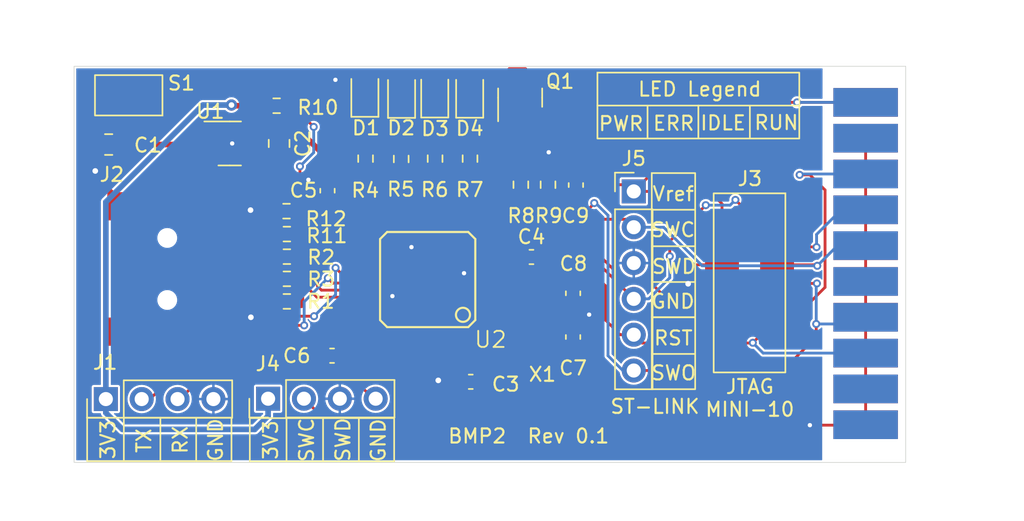
<source format=kicad_pcb>
(kicad_pcb (version 20211014) (generator pcbnew)
  (layers (0 "F.Cu" signal) (31 "B.Cu" signal) (34 "B.Paste" user) (35 "F.Paste" user) (36 "B.SilkS" user "B.Silkscreen") (37 "F.SilkS" user "F.Silkscreen") (38 "B.Mask" user) (39 "F.Mask" user) (44 "Edge.Cuts" user))
  (net 0 "")
  (net 1 "GND")
  (net 2 "+3V3")
  (net 3 "+5V")
  (net 4 "Net-(C7-Pad2)")
  (net 5 "Net-(C8-Pad2)")
  (net 6 "Net-(C9-Pad1)")
  (net 7 "/TXD")
  (net 8 "/RXD")
  (net 9 "/D-")
  (net 10 "/D+")
  (net 11 "/TPWR")
  (net 12 "/TMS")
  (net 13 "/TCK")
  (net 14 "/TDO")
  (net 16 "/TDI")
  (net 17 "/RST")
  (net 18 "/SWCLK")
  (net 19 "/SWDIO")
  (net 20 "/TRST")
  (net 24 "/PWR_BR")
  (net 25 "Net-(R1-Pad1)")
  (net 26 "Net-(R2-Pad1)")
  (net 27 "Net-(R3-Pad1)")
  (net 28 "/LED2")
  (net 29 "/LED1")
  (net 30 "/LED0")
  (net 31 "Net-(R10-Pad1)")
  (net 32 "/VBUS")
  (net 51 "Net-(D1-Pad1)")
  (net 52 "Net-(D2-Pad1)")
  (net 53 "Net-(D3-Pad1)")
  (net 54 "Net-(D4-Pad1)")
  (footprint "Resistor_SMD:R_0603_1608Metric" (layer "F.Cu") (at 115.075 35.075 180)
    (fp_text reference "R3")
    (fp_text value "22R")
  )
  (footprint "LED_SMD:LED_0805_2012Metric" (layer "F.Cu") (at 128.025 21.9625 90)
    (fp_text reference "D4")
    (fp_text value "yellow")
  )
  (footprint "EOS:6I08000F20UCG" (layer "F.Cu") (at 132.425 37.825 90)
    (fp_text reference "X1")
    (fp_text value "8MHz")
  )
  (footprint "Resistor_SMD:R_0603_1608Metric" (layer "F.Cu") (at 115.075 36.675 180)
    (fp_text reference "R1")
    (fp_text value "1k5")
  )
  (footprint "Capacitor_SMD:C_0603_1608Metric" (layer "F.Cu") (at 135.35 36.1 90)
    (fp_text reference "C8")
    (fp_text value "18p")
  )
  (footprint "Resistor_SMD:R_0603_1608Metric" (layer "F.Cu") (at 125.575 26.55 90)
    (fp_text reference "R6")
    (fp_text value "330")
  )
  (footprint "LED_SMD:LED_0805_2012Metric" (layer "F.Cu") (at 123.2 21.975 90)
    (fp_text reference "D2")
    (fp_text value "red")
  )
  (footprint "Package_TO_SOT_SMD:SOT-23-5" (layer "F.Cu") (at 111.025 25.475)
    (fp_text reference "U1")
    (fp_text value "MCP1802")
  )
  (footprint "LED_SMD:LED_0805_2012Metric" (layer "F.Cu") (at 120.6 21.9 90)
    (fp_text reference "D1")
    (fp_text value "green")
  )
  (footprint "Resistor_SMD:R_0603_1608Metric" (layer "F.Cu") (at 115.075 33.5 180)
    (fp_text reference "R2")
    (fp_text value "22R")
  )
  (footprint "Connector_PinHeader_2.54mm:PinHeader_1x04_P2.54mm_Vertical" (layer "F.Cu") (at 102.25 43.6 90)
    (fp_text reference "J1")
    (fp_text value "Serial")
  )
  (footprint "Capacitor_SMD:C_0603_1608Metric" (layer "F.Cu") (at 132.4 33.525)
    (fp_text reference "C4")
    (fp_text value "100n")
  )
  (footprint "LED_SMD:LED_0805_2012Metric" (layer "F.Cu") (at 125.55 21.95 90)
    (fp_text reference "D3")
    (fp_text value "yellow")
  )
  (footprint "bmp_entropia:TQFP48" (layer "F.Cu") (at 125.05 35.125 90)
    (fp_text reference "U2")
    (fp_text value "STM32F102CB")
  )
  (footprint "Capacitor_SMD:C_0603_1608Metric" (layer "F.Cu") (at 118.275 40.525 180)
    (fp_text reference "C6")
    (fp_text value "100n")
  )
  (footprint "Resistor_SMD:R_0603_1608Metric" (layer "F.Cu") (at 114.35 22.8 180)
    (fp_text reference "R10")
    (fp_text value "10k")
  )
  (footprint "Connector_PinHeader_2.54mm:PinHeader_1x06_P2.54mm_Vertical" (layer "F.Cu") (at 139.65 28.875)
    (fp_text reference "J5")
    (fp_text value "ST-Link")
  )
  (footprint "Package_TO_SOT_SMD:SOT-23" (layer "F.Cu") (at 131.6 22.225 90)
    (fp_text reference "Q1")
    (fp_text value "FDV304P")
  )
  (footprint "Capacitor_SMD:C_0805_2012Metric" (layer "F.Cu") (at 114.525 25.475 -90)
    (fp_text reference "C2")
    (fp_text value "10u")
  )
  (footprint "Capacitor_SMD:C_0603_1608Metric" (layer "F.Cu") (at 117.95 28.825 90)
    (fp_text reference "C5")
    (fp_text value "100n")
  )
  (footprint "EOS:U-M-M5SS-W-2" (layer "F.Cu") (at 109.7 34.375 -90)
    (fp_text reference "J2")
    (fp_text value "USB_Mini_B")
  )
  (footprint "Resistor_SMD:R_0603_1608Metric" (layer "F.Cu") (at 115.05 30.275 180)
    (fp_text reference "R12")
    (fp_text value "10k")
  )
  (footprint "Resistor_SMD:R_0603_1608Metric" (layer "F.Cu") (at 115.075 31.9)
    (fp_text reference "R11")
    (fp_text value "4k7")
  )
  (footprint "EOS:UK-B0267-SP25Y" (layer "F.Cu") (at 103.85 22.05 180)
    (fp_text reference "S1")
    (fp_text value "SW_Push_Open_Dual")
  )
  (footprint "Capacitor_SMD:C_0805_2012Metric" (layer "F.Cu") (at 102.45 25.55 180)
    (fp_text reference "C1")
    (fp_text value "10u")
  )
  (footprint "Resistor_SMD:R_0603_1608Metric" (layer "F.Cu") (at 128.05 26.55 90)
    (fp_text reference "R7")
    (fp_text value "330")
  )
  (footprint "EOS:X1270WVS-2x05A-6TV01" (layer "F.Cu") (at 147.85 35.35 -90)
    (fp_text reference "J3")
    (fp_text value "FTSH-105-01-F-DV-K")
  )
  (footprint "Capacitor_SMD:C_0603_1608Metric" (layer "F.Cu") (at 128.1 42.375 180)
    (fp_text reference "C3")
    (fp_text value "100n")
  )
  (footprint "Resistor_SMD:R_0603_1608Metric" (layer "F.Cu") (at 133.575 28.4 -90)
    (fp_text reference "R9")
    (fp_text value "10k")
  )
  (footprint "Resistor_SMD:R_0603_1608Metric" (layer "F.Cu") (at 123.175 26.575 90)
    (fp_text reference "R5")
    (fp_text value "330")
  )
  (footprint "Capacitor_SMD:C_0603_1608Metric" (layer "F.Cu") (at 135.55 28.425 90)
    (fp_text reference "C9")
    (fp_text value "100n")
  )
  (footprint "Resistor_SMD:R_0603_1608Metric" (layer "F.Cu") (at 120.65 26.55 90)
    (fp_text reference "R4")
    (fp_text value "330")
  )
  (footprint "Connector_PinHeader_2.54mm:PinHeader_1x04_P2.54mm_Vertical" (layer "F.Cu") (at 113.745 43.575 90)
    (fp_text reference "J4")
    (fp_text value "SWD")
  )
  (footprint "Capacitor_SMD:C_0603_1608Metric" (layer "F.Cu") (at 135.35 39.2 -90)
    (fp_text reference "C7")
    (fp_text value "18p")
  )
  (footprint "EOS:20-pin JTAG" (layer "F.Cu") (at 156.075 33.99)
    (fp_text reference "J6" hide)
    (fp_text value "20-pin JTAG Edge Connector")
  )
  (footprint "Resistor_SMD:R_0603_1608Metric" (layer "F.Cu") (at 131.65 28.4 -90)
    (fp_text reference "R8")
    (fp_text value "4k7")
  )
  (gr_line (start 103.525 44.925) (end 103.525 48) (layer "F.SilkS") (width 0.12))
  (gr_rect (start 137.075 20.45) (end 151.375 25.125) (layer "F.SilkS") (width 0.12) (fill none))
  (gr_line (start 108.65 44.95) (end 108.65 48) (layer "F.SilkS") (width 0.12))
  (gr_rect (start 144 37.8) (end 140.925 42.9) (layer "F.SilkS") (width 0.12) (fill none))
  (gr_rect (start 100.925 44.925) (end 111.15 48) (layer "F.SilkS") (width 0.12) (fill none))
  (gr_line (start 144 40.4) (end 140.925 40.4) (layer "F.SilkS") (width 0.12))
  (gr_line (start 120.175 44.975) (end 120.175 48.025) (layer "F.SilkS") (width 0.12))
  (gr_line (start 144 32.7625) (end 140.925 32.7625) (layer "F.SilkS") (width 0.12))
  (gr_line (start 117.6375 44.95) (end 117.6375 48.025) (layer "F.SilkS") (width 0.12))
  (gr_line (start 143.975 35.3) (end 140.925 35.3) (layer "F.SilkS") (width 0.12))
  (gr_rect (start 144 27.575) (end 140.925 37.8) (layer "F.SilkS") (width 0.12) (fill none))
  (gr_line (start 144.225 25.125) (end 144.225 22.7875) (layer "F.SilkS") (width 0.12))
  (gr_line (start 137.075 22.7875) (end 151.375 22.7875) (layer "F.SilkS") (width 0.12))
  (gr_line (start 147.875 22.825) (end 147.875 25.075) (layer "F.SilkS") (width 0.12))
  (gr_line (start 140.625 22.8) (end 140.625 25.1) (layer "F.SilkS") (width 0.12))
  (gr_line (start 115.05 44.95) (end 115.05 48.025) (layer "F.SilkS") (width 0.12))
  (gr_line (start 144 30.175) (end 140.925 30.175) (layer "F.SilkS") (width 0.12))
  (gr_line (start 106.1125 44.925) (end 106.1125 48) (layer "F.SilkS") (width 0.12))
  (gr_rect (start 112.45 44.95) (end 122.675 48.025) (layer "F.SilkS") (width 0.12) (fill none))
  (gr_rect (start 100 20) (end 158.914 48.091) (layer "Edge.Cuts") (width 0.05) (fill none))
  (gr_text "SWD" (at 142.5 34.2) (layer "F.SilkS") (effects (font (size 1 1))))
  (gr_text "SWO" (at 142.475 41.75) (layer "F.SilkS") (effects (font (size 1 1))))
  (gr_text "BMP2  Rev 0.1" (at 132.2 46.225) (layer "F.SilkS") (effects (font (size 1 1))))
  (gr_text "3V3" (at 113.925 46.5 90) (layer "F.SilkS") (effects (font (size 1 1))))
  (gr_text "JTAG\nMINI-10" (at 147.875 43.525) (layer "F.SilkS") (effects (font (size 1 1))))
  (gr_text "SWC" (at 142.425 31.6) (layer "F.SilkS") (effects (font (size 1 1))))
  (gr_text "TX" (at 104.95 46.55 90) (layer "F.SilkS") (effects (font (size 1 1))))
  (gr_text "GND" (at 110.025 46.5 90) (layer "F.SilkS") (effects (font (size 1 1))))
  (gr_text "RX" (at 107.525 46.5 90) (layer "F.SilkS") (effects (font (size 1 1))))
  (gr_text "3V3" (at 102.4 46.475 90) (layer "F.SilkS") (effects (font (size 1 1))))
  (gr_text "SWD" (at 119.05 46.475 90) (layer "F.SilkS") (effects (font (size 1 1))))
  (gr_text "PWR" (at 138.75 24.075) (layer "F.SilkS") (effects (font (size 1 1))))
  (gr_text "RST" (at 142.45 39.275) (layer "F.SilkS") (effects (font (size 1 1))))
  (gr_text "RUN" (at 149.75 24) (layer "F.SilkS") (effects (font (size 1 1))))
  (gr_text "LED Legend" (at 144.325 21.625) (layer "F.SilkS") (effects (font (size 1 1))))
  (gr_text "GND" (at 142.425 36.675) (layer "F.SilkS") (effects (font (size 1 1))))
  (gr_text "ERR" (at 142.475 24.05) (layer "F.SilkS") (effects (font (size 1 1))))
  (gr_text "SWC" (at 116.475 46.5 90) (layer "F.SilkS") (effects (font (size 1 1))))
  (gr_text "ST-LINK" (at 141.15 44.125) (layer "F.SilkS") (effects (font (size 1 1))))
  (gr_text "Vref" (at 142.45 29.05) (layer "F.SilkS") (effects (font (size 1 1))))
  (gr_text "GND" (at 121.55 46.525 90) (layer "F.SilkS") (effects (font (size 1 1))))
  (gr_text "IDLE" (at 145.975 24.025) (layer "F.SilkS") (effects (font (size 1 1))))
  (segment (start 120.725 37.3) (end 120.8 37.375) (width 0.2) (layer "F.Cu") (net 1))
  (segment (start 133.575 27.575) (end 135.475 27.575) (width 0.2) (layer "F.Cu") (net 1))
  (segment (start 109.8875 25.475) (end 111.2 25.475) (width 0.2) (layer "F.Cu") (net 1))
  (segment (start 117.5 40.525) (end 117.5 39.15) (width 0.2) (layer "F.Cu") (net 1))
  (segment (start 109.192 38.82) (end 111.505 38.82) (width 0.4) (layer "F.Cu") (net 1))
  (segment (start 133.175 33.525) (end 133.175 33.8) (width 0.2) (layer "F.Cu") (net 1))
  (segment (start 114.525 26.425) (end 114.525 29.975) (width 0.4) (layer "F.Cu") (net 1))
  (segment (start 133.175 33.8) (end 132.575 34.4) (width 0.2) (layer "F.Cu") (net 1))
  (segment (start 100.425 21.675) (end 100.425 24.475) (width 0.4) (layer "F.Cu") (net 1))
  (segment (start 127.225 42.275) (end 127.325 42.375) (width 0.2) (layer "F.Cu") (net 1))
  (segment (start 117.95 28.05) (end 116.6 28.05) (width 0.2) (layer "F.Cu") (net 1))
  (segment (start 111.505 38.82) (end 112.525 37.8) (width 0.4) (layer "F.Cu") (net 1))
  (segment (start 145.9 37.89) (end 143.94 37.89) (width 0.2) (layer "F.Cu") (net 1))
  (segment (start 122.8 31.725) (end 123.9 32.825) (width 0.2) (layer "F.Cu") (net 1))
  (segment (start 156.075 27.64) (end 156.075 30.18) (width 0.2) (layer "F.Cu") (net 1))
  (segment (start 143.525 35.35) (end 143.5 35.325) (width 0.2) (layer "F.Cu") (net 1))
  (segment (start 132.575 34.4) (end 129.325 34.4) (width 0.2) (layer "F.Cu") (net 1))
  (segment (start 129.325 34.4) (end 129.3 34.375) (width 0.2) (layer "F.Cu") (net 1))
  (segment (start 125.8 39.375) (end 125.8 42.275) (width 0.2) (layer "F.Cu") (net 1))
  (segment (start 128.025 21.0875) (end 125.625 21.0875) (width 0.2) (layer "F.Cu") (net 1))
  (segment (start 101.5 27.826) (end 103.604 29.93) (width 0.4) (layer "F.Cu") (net 1))
  (segment (start 103.604 29.93) (end 109.192 29.93) (width 0.4) (layer "F.Cu") (net 1))
  (segment (start 156.075 35.26) (end 156.075 37.8) (width 0.2) (layer "F.Cu") (net 1))
  (segment (start 143.5 35.325) (end 143.5 34.525) (width 0.2) (layer "F.Cu") (net 1))
  (segment (start 156.075 30.18) (end 156.075 32.72) (width 0.2) (layer "F.Cu") (net 1))
  (segment (start 133.575 27.575) (end 133.575 26.15) (width 0.2) (layer "F.Cu") (net 1))
  (segment (start 156.075 32.72) (end 156.075 35.26) (width 0.2) (layer "F.Cu") (net 1))
  (segment (start 122.55 36.6) (end 122.55 36.3) (width 0.2) (layer "F.Cu") (net 1))
  (segment (start 120.6 20.9625) (end 123.125 20.9625) (width 0.2) (layer "F.Cu") (net 1))
  (segment (start 114.225 30.275) (end 112.575 30.275) (width 0.4) (layer "F.Cu") (net 1))
  (segment (start 119.35 37.3) (end 120.725 37.3) (width 0.2) (layer "F.Cu") (net 1))
  (segment (start 120.8 37.375) (end 121.775 37.375) (width 0.2) (layer "F.Cu") (net 1))
  (segment (start 127.325 42.375) (end 127.325 39.4) (width 0.2) (layer "F.Cu") (net 1))
  (segment (start 127.325 39.4) (end 127.3 39.375) (width 0.2) (layer "F.Cu") (net 1))
  (segment (start 101.125 20.975) (end 100.425 21.675) (width 0.4) (layer "F.Cu") (net 1))
  (segment (start 145.9 35.35) (end 143.525 35.35) (width 0.2) (layer "F.Cu") (net 1))
  (segment (start 122.525 36.625) (end 122.55 36.6) (width 0.2) (layer "F.Cu") (net 1))
  (segment (start 156.075 25.1) (end 156.075 27.64) (width 0.2) (layer "F.Cu") (net 1))
  (segment (start 109.192 38.82) (end 109.192 36.483) (width 0.4) (layer "F.Cu") (net 1))
  (segment (start 125.625 21.0875) (end 125.55 21.0125) (width 0.2) (layer "F.Cu") (net 1))
  (segment (start 120.6 20.9625) (end 118.5125 20.9625) (width 0.2) (layer "F.Cu") (net 1))
  (segment (start 103.604 38.82) (end 109.192 38.82) (width 0.4) (layer "F.Cu") (net 1))
  (segment (start 101.75 20.975) (end 101.125 20.975) (width 0.4) (layer "F.Cu") (net 1))
  (segment (start 143.945 34.08) (end 145.9 34.08) (width 0.2) (layer "F.Cu") (net 1))
  (segment (start 135.35 38.425) (end 135.675 38.425) (width 0.2) (layer "F.Cu") (net 1))
  (segment (start 109.192 36.483) (end 109.7 35.975) (width 0.4) (layer "F.Cu") (net 1))
  (segment (start 156.045 45.45) (end 152.125 45.45) (width 0.2) (layer "F.Cu") (net 1))
  (segment (start 117.5 39.15) (end 119.35 37.3) (width 0.2) (layer "F.Cu") (net 1))
  (segment (start 101.5 27.425) (end 101.5 27.826) (width 0.4) (layer "F.Cu") (net 1))
  (segment (start 156.075 42.88) (end 156.075 45.42) (width 0.2) (layer "F.Cu") (net 1))
  (segment (start 125.8 42.275) (end 127.225 42.275) (width 0.4) (layer "F.Cu") (net 1))
  (segment (start 112.575 30.275) (end 112.5 30.2) (width 0.4) (layer "F.Cu") (net 1))
  (segment (start 156.075 40.34) (end 156.075 42.88) (width 0.2) (layer "F.Cu") (net 1))
  (segment (start 122.8 30.875) (end 122.8 31.625) (width 0.2) (layer "F.Cu") (net 1))
  (segment (start 125.525 21.0375) (end 125.55 21.0125) (width 0.2) (layer "F.Cu") (net 1))
  (segment (start 135.475 27.575) (end 135.55 27.65) (width 0.2) (layer "F.Cu") (net 1))
  (segment (start 129.3 34.375) (end 127.925 34.375) (width 0.2) (layer "F.Cu") (net 1))
  (segment (start 136.4875 37.6125) (end 136.5 37.6) (width 0.2) (layer "F.Cu") (net 1))
  (segment (start 123.125 20.9625) (end 123.2 21.0375) (width 0.2) (layer "F.Cu") (net 1))
  (segment (start 135.775 36.875) (end 136.5 37.6) (width 0.2) (layer "F.Cu") (net 1))
  (segment (start 121.775 37.375) (end 122.525 36.625) (width 0.2) (layer "F.Cu") (net 1))
  (segment (start 143.5 37.45) (end 143.5 35.425) (width 0.2) (layer "F.Cu") (net 1))
  (segment (start 127.925 34.375) (end 127.625 34.675) (width 0.2) (layer "F.Cu") (net 1))
  (segment (start 123.2 21.0375) (end 125.525 21.0375) (width 0.2) (layer "F.Cu") (net 1))
  (segment (start 143.5 34.525) (end 143.945 34.08) (width 0.2) (layer "F.Cu") (net 1))
  (segment (start 156.075 37.8) (end 156.075 40.34) (width 0.2) (layer "F.Cu") (net 1))
  (segment (start 122.8 31.625) (end 122.8 31.725) (width 0.2) (layer "F.Cu") (net 1))
  (segment (start 143.94 37.89) (end 143.5 37.45) (width 0.2) (layer "F.Cu") (net 1))
  (segment (start 101.5 25.55) (end 101.5 27.425) (width 0.4) (layer "F.Cu") (net 1))
  (segment (start 156.075 45.42) (end 156.045 45.45) (width 0.2) (layer "F.Cu") (net 1))
  (segment (start 133.575 26.15) (end 133.625 26.1) (width 0.2) (layer "F.Cu") (net 1))
  (segment (start 109.7 35.175) (end 109.7 35.975) (width 0.4) (layer "F.Cu") (net 1))
  (segment (start 143.5 35.425) (end 143.5 35.325) (width 0.2) (layer "F.Cu") (net 1))
  (segment (start 114.525 29.975) (end 114.225 30.275) (width 0.4) (layer "F.Cu") (net 1))
  (segment (start 135.35 36.875) (end 135.775 36.875) (width 0.2) (layer "F.Cu") (net 1))
  (segment (start 135.675 38.425) (end 136.4875 37.6125) (width 0.2) (layer "F.Cu") (net 1))
  (segment (start 100.425 24.475) (end 101.5 25.55) (width 0.4) (layer "F.Cu") (net 1))
  (via (at 127.625 34.675) (size 0.5588) (drill 0.3048) (layers "F.Cu" "B.Cu") (net 1))
  (via (at 118.5125 20.9625) (size 0.5588) (drill 0.3048) (layers "F.Cu" "B.Cu") (net 1))
  (via (at 111.2 25.475) (size 0.5588) (drill 0.3048) (layers "F.Cu" "B.Cu") (net 1))
  (via (at 123.9 32.825) (size 0.5588) (drill 0.3048) (layers "F.Cu" "B.Cu") (net 1))
  (via (at 125.8 42.275) (size 0.8) (drill 0.4) (layers "F.Cu" "B.Cu") (net 1))
  (via (at 136.4875 37.6125) (size 0.5588) (drill 0.3048) (layers "F.Cu" "B.Cu") (net 1))
  (via (at 112.525 37.8) (size 0.8) (drill 0.4) (layers "F.Cu" "B.Cu") (net 1))
  (via (at 112.5 30.2) (size 0.8) (drill 0.4) (layers "F.Cu" "B.Cu") (net 1))
  (via (at 101.5 27.425) (size 0.8) (drill 0.4) (layers "F.Cu" "B.Cu") (net 1))
  (via (at 133.625 26.1) (size 0.5588) (drill 0.3048) (layers "F.Cu" "B.Cu") (net 1))
  (via (at 143.5 35.425) (size 0.8) (drill 0.4) (layers "F.Cu" "B.Cu") (net 1))
  (via (at 152.125 45.45) (size 0.5588) (drill 0.3048) (layers "F.Cu" "B.Cu") (net 1))
  (via (at 116.6 28.05) (size 0.5588) (drill 0.3048) (layers "F.Cu" "B.Cu") (net 1))
  (via (at 122.55 36.3) (size 0.5588) (drill 0.3048) (layers "F.Cu" "B.Cu") (net 1))
  (segment (start 112.1625 24.525) (end 112.1625 24.1625) (width 0.4) (layer "F.Cu") (net 2))
  (segment (start 120.65 27.375) (end 118.775 27.375) (width 0.4) (layer "F.Cu") (net 2))
  (segment (start 129.3 33.875) (end 127.5 33.875) (width 0.2) (layer "F.Cu") (net 2))
  (segment (start 131.275 33.875) (end 129.3 33.875) (width 0.2) (layer "F.Cu") (net 2))
  (segment (start 127.8 39.375) (end 128.55 39.375) (width 0.2) (layer "F.Cu") (net 2))
  (segment (start 120.7125 30.7875) (end 120.425 30.5) (width 0.4) (layer "F.Cu") (net 2))
  (segment (start 113.525 22.8) (end 111.15 22.8) (width 0.4) (layer "F.Cu") (net 2))
  (segment (start 120.425 30.5) (end 120.425 29.625) (width 0.4) (layer "F.Cu") (net 2))
  (segment (start 129 22) (end 119.75 22) (width 0.2) (layer "F.Cu") (net 2))
  (segment (start 132.55 23.1625) (end 132.55 20.75) (width 0.2) (layer "F.Cu") (net 2))
  (segment (start 115.925 24.525) (end 114.525 24.525) (width 0.4) (layer "F.Cu") (net 2))
  (segment (start 124.9125 34.9875) (end 120.7125 30.7875) (width 0.4) (layer "F.Cu") (net 2))
  (segment (start 128.55 39.375) (end 129.3 38.625) (width 0.2) (layer "F.Cu") (net 2))
  (segment (start 123.8 39.375) (end 124.3 39.375) (width 0.2) (layer "F.Cu") (net 2))
  (segment (start 131.625 33.525) (end 131.275 33.875) (width 0.2) (layer "F.Cu") (net 2))
  (segment (start 123.8 38.3) (end 126.0125 36.0875) (width 0.2) (layer "F.Cu") (net 2))
  (segment (start 120.425 27.6) (end 120.425 29.625) (width 0.4) (layer "F.Cu") (net 2))
  (segment (start 119.05 38.475) (end 119.65 37.875) (width 0.2) (layer "F.Cu") (net 2))
  (segment (start 117.95 29.6) (end 120.4 29.6) (width 0.2) (layer "F.Cu") (net 2))
  (segment (start 112.1625 24.1625) (end 113.525 22.8) (width 0.4) (layer "F.Cu") (net 2))
  (segment (start 122.3 30.875) (end 120.8 30.875) (width 0.2) (layer "F.Cu") (net 2))
  (segment (start 120.65 27.375) (end 120.425 27.6) (width 0.4) (layer "F.Cu") (net 2))
  (segment (start 124.9125 34.9875) (end 124.9125 35.2375) (width 0.4) (layer "F.Cu") (net 2))
  (segment (start 127.5 33.875) (end 127.475 33.9) (width 0.2) (layer "F.Cu") (net 2))
  (segment (start 120.8 37.875) (end 122.275 37.875) (width 0.2) (layer "F.Cu") (net 2))
  (segment (start 129.3 38.625) (end 129.3 37.875) (width 0.2) (layer "F.Cu") (net 2))
  (segment (start 118.95 27.2) (end 118.775 27.375) (width 0.2) (layer "F.Cu") (net 2))
  (segment (start 127.275 33.9) (end 127.475 33.9) (width 0.4) (layer "F.Cu") (net 2))
  (segment (start 118.775 27.375) (end 115.925 24.525) (width 0.4) (layer "F.Cu") (net 2))
  (segment (start 118.95 22.8) (end 118.95 27.2) (width 0.2) (layer "F.Cu") (net 2))
  (segment (start 120.4 29.6) (end 120.425 29.625) (width 0.2) (layer "F.Cu") (net 2))
  (segment (start 128.875 38.95) (end 126.0125 36.0875) (width 0.4) (layer "F.Cu") (net 2))
  (segment (start 112.1625 24.525) (end 114.525 24.525) (width 0.4) (layer "F.Cu") (net 2))
  (segment (start 126.0125 36.0875) (end 125.55 35.625) (width 0.4) (layer "F.Cu") (net 2))
  (segment (start 131.975 20.175) (end 130.825 20.175) (width 0.2) (layer "F.Cu") (net 2))
  (segment (start 123.8 39.375) (end 123.8 38.3) (width 0.2) (layer "F.Cu") (net 2))
  (segment (start 119.75 22) (end 118.95 22.8) (width 0.2) (layer "F.Cu") (net 2))
  (segment (start 122.275 37.875) (end 123.1 37.05) (width 0.2) (layer "F.Cu") (net 2))
  (segment (start 124.9125 35.2375) (end 123.1 37.05) (width 0.4) (layer "F.Cu") (net 2))
  (segment (start 120.8 30.875) (end 120.7125 30.7875) (width 0.2) (layer "F.Cu") (net 2))
  (segment (start 125.55 35.625) (end 127.275 33.9) (width 0.4) (layer "F.Cu") (net 2))
  (segment (start 130.825 20.175) (end 129 22) (width 0.2) (layer "F.Cu") (net 2))
  (segment (start 132.55 20.75) (end 131.975 20.175) (width 0.2) (layer "F.Cu") (net 2))
  (segment (start 128.875 42.375) (end 128.875 38.95) (width 0.4) (layer "F.Cu") (net 2))
  (segment (start 125.55 35.625) (end 124.9125 34.9875) (width 0.4) (layer "F.Cu") (net 2))
  (segment (start 119.05 40.525) (end 119.05 38.475) (width 0.2) (layer "F.Cu") (net 2))
  (segment (start 119.65 37.875) (end 120.8 37.875) (width 0.2) (layer "F.Cu") (net 2))
  (via (at 111.15 22.75) (size 0.8) (drill 0.4) (layers "F.Cu" "B.Cu") (net 2))
  (segment (start 102.25 44.575) (end 103.425 45.75) (width 0.4) (layer "B.Cu") (net 2))
  (segment (start 113.745 44.805) (end 113.745 43.575) (width 0.4) (layer "B.Cu") (net 2))
  (segment (start 108.8 23.075) (end 109.125 22.75) (width 0.4) (layer "B.Cu") (net 2))
  (segment (start 102.25 43.6) (end 102.25 29.625) (width 0.4) (layer "B.Cu") (net 2))
  (segment (start 103.425 45.75) (end 112.8 45.75) (width 0.4) (layer "B.Cu") (net 2))
  (segment (start 112.8 45.75) (end 113.745 44.805) (width 0.4) (layer "B.Cu") (net 2))
  (segment (start 102.25 43.6) (end 102.25 44.575) (width 0.4) (layer "B.Cu") (net 2))
  (segment (start 109.125 22.75) (end 111.15 22.75) (width 0.4) (layer "B.Cu") (net 2))
  (segment (start 102.25 29.625) (end 108.8 23.075) (width 0.4) (layer "B.Cu") (net 2))
  (segment (start 103.4 25.55) (end 107.925 25.55) (width 0.4) (layer "F.Cu") (net 3))
  (segment (start 109.725 32.775) (end 109.7 32.775) (width 0.4) (layer "F.Cu") (net 3))
  (segment (start 108.95 24.525) (end 107.925 25.55) (width 0.4) (layer "F.Cu") (net 3))
  (segment (start 111.1 31.4) (end 109.725 32.775) (width 0.4) (layer "F.Cu") (net 3))
  (segment (start 109.8875 26.425) (end 109.8875 27.3375) (width 0.4) (layer "F.Cu") (net 3))
  (segment (start 107.925 25.55) (end 108.8 26.425) (width 0.4) (layer "F.Cu") (net 3))
  (segment (start 109.8875 24.525) (end 108.95 24.525) (width 0.4) (layer "F.Cu") (net 3))
  (segment (start 108.8 26.425) (end 109.8875 26.425) (width 0.4) (layer "F.Cu") (net 3))
  (segment (start 112.825 32.775) (end 113.7 31.9) (width 0.2) (layer "F.Cu") (net 3))
  (segment (start 109.8875 27.3375) (end 111.1 28.55) (width 0.4) (layer "F.Cu") (net 3))
  (segment (start 109.7 32.775) (end 112.825 32.775) (width 0.2) (layer "F.Cu") (net 3))
  (segment (start 113.7 31.9) (end 114.25 31.9) (width 0.2) (layer "F.Cu") (net 3))
  (segment (start 111.1 28.55) (end 111.1 31.4) (width 0.4) (layer "F.Cu") (net 3))
  (segment (start 130.7 38.05) (end 130.7 36.4) (width 0.2) (layer "F.Cu") (net 4))
  (segment (start 130.175 35.875) (end 129.3 35.875) (width 0.2) (layer "F.Cu") (net 4))
  (segment (start 132.425 39.775) (end 130.7 38.05) (width 0.2) (layer "F.Cu") (net 4))
  (segment (start 130.7 36.4) (end 130.175 35.875) (width 0.2) (layer "F.Cu") (net 4))
  (segment (start 135.35 39.975) (end 135.15 39.775) (width 0.2) (layer "F.Cu") (net 4))
  (segment (start 135.15 39.775) (end 132.425 39.775) (width 0.2) (layer "F.Cu") (net 4))
  (segment (start 134.8 35.875) (end 135.35 35.325) (width 0.2) (layer "F.Cu") (net 5))
  (segment (start 129.3 35.375) (end 131.925 35.375) (width 0.2) (layer "F.Cu") (net 5))
  (segment (start 131.925 35.375) (end 132.425 35.875) (width 0.2) (layer "F.Cu") (net 5))
  (segment (start 132.425 35.875) (end 134.8 35.875) (width 0.2) (layer "F.Cu") (net 5))
  (segment (start 135.55 29.2) (end 133.6 29.2) (width 0.2) (layer "F.Cu") (net 6))
  (segment (start 133.6 29.2) (end 133.575 29.225) (width 0.2) (layer "F.Cu") (net 6))
  (segment (start 131.325 28.9) (end 126.375 28.9) (width 0.2) (layer "F.Cu") (net 6))
  (segment (start 125.3 29.975) (end 125.3 30.875) (width 0.2) (layer "F.Cu") (net 6))
  (segment (start 131.65 29.225) (end 131.325 28.9) (width 0.2) (layer "F.Cu") (net 6))
  (segment (start 126.375 28.9) (end 125.3 29.975) (width 0.2) (layer "F.Cu") (net 6))
  (segment (start 131.65 29.225) (end 133.575 29.225) (width 0.2) (layer "F.Cu") (net 6))
  (segment (start 104.79 43.6) (end 105.375 43.6) (width 0.2) (layer "F.Cu") (net 7))
  (segment (start 120.8 34.875) (end 119.1 34.875) (width 0.2) (layer "F.Cu") (net 7))
  (segment (start 119.1 34.875) (end 118.525 34.3) (width 0.2) (layer "F.Cu") (net 7))
  (segment (start 113.55 39.175) (end 115 37.725) (width 0.2) (layer "F.Cu") (net 7))
  (segment (start 105.375 43.6) (end 108.4 40.575) (width 0.2) (layer "F.Cu") (net 7))
  (segment (start 112.6 40.575) (end 113.55 39.625) (width 0.2) (layer "F.Cu") (net 7))
  (segment (start 108.4 40.575) (end 112.6 40.575) (width 0.2) (layer "F.Cu") (net 7))
  (segment (start 115 37.725) (end 117 37.725) (width 0.2) (layer "F.Cu") (net 7))
  (segment (start 113.55 39.625) (end 113.55 39.175) (width 0.2) (layer "F.Cu") (net 7))
  (via (at 118.525 34.3) (size 0.5588) (drill 0.3048) (layers "F.Cu" "B.Cu") (net 7))
  (via (at 117 37.725) (size 0.5588) (drill 0.3048) (layers "F.Cu" "B.Cu") (net 7))
  (segment (start 117 37.725) (end 118.525 36.2) (width 0.2) (layer "B.Cu") (net 7))
  (segment (start 118.525 36.2) (end 118.525 34.3) (width 0.2) (layer "B.Cu") (net 7))
  (segment (start 114.025 40.35) (end 114.025 39.625) (width 0.2) (layer "F.Cu") (net 8))
  (segment (start 107.5 43.6) (end 109.85 41.25) (width 0.2) (layer "F.Cu") (net 8))
  (segment (start 109.85 41.25) (end 109.95 41.15) (width 0.2) (layer "F.Cu") (net 8))
  (segment (start 115.275 38.375) (end 116.3 38.375) (width 0.2) (layer "F.Cu") (net 8))
  (segment (start 114.025 39.625) (end 115.275 38.375) (width 0.2) (layer "F.Cu") (net 8))
  (segment (start 118.325 35.375) (end 117.975 35.025) (width 0.2) (layer "F.Cu") (net 8))
  (segment (start 120.8 35.375) (end 118.325 35.375) (width 0.2) (layer "F.Cu") (net 8))
  (segment (start 109.95 41.15) (end 113.225 41.15) (width 0.2) (layer "F.Cu") (net 8))
  (segment (start 107.33 43.6) (end 107.5 43.6) (width 0.2) (layer "F.Cu") (net 8))
  (segment (start 113.225 41.15) (end 114.025 40.35) (width 0.2) (layer "F.Cu") (net 8))
  (via (at 116.3 38.375) (size 0.5588) (drill 0.3048) (layers "F.Cu" "B.Cu") (net 8))
  (via (at 117.975 35.025) (size 0.5588) (drill 0.3048) (layers "F.Cu" "B.Cu") (net 8))
  (segment (start 116.3 36.7) (end 116.3 38.375) (width 0.2) (layer "B.Cu") (net 8))
  (segment (start 117.975 35.025) (end 116.3 36.7) (width 0.2) (layer "B.Cu") (net 8))
  (segment (start 109.775 33.5) (end 114.25 33.5) (width 0.2) (layer "F.Cu") (net 9))
  (segment (start 109.7 33.575) (end 109.775 33.5) (width 0.2) (layer "F.Cu") (net 9))
  (segment (start 112.025 35.075) (end 111.325 34.375) (width 0.2) (layer "F.Cu") (net 10))
  (segment (start 111.325 34.375) (end 109.7 34.375) (width 0.2) (layer "F.Cu") (net 10))
  (segment (start 114.25 35.075) (end 114.25 36.675) (width 0.2) (layer "F.Cu") (net 10))
  (segment (start 114.25 35.075) (end 112.025 35.075) (width 0.2) (layer "F.Cu") (net 10))
  (segment (start 145.025 28.875) (end 145.9 29.75) (width 0.2) (layer "F.Cu") (net 11))
  (segment (start 145.965 22.56) (end 151.215 22.56) (width 0.2) (layer "F.Cu") (net 11))
  (segment (start 131.65 27.575) (end 132.475 28.4) (width 0.2) (layer "F.Cu") (net 11))
  (segment (start 131.6 21.2875) (end 131.6 25.425) (width 0.2) (layer "F.Cu") (net 11))
  (segment (start 151.215 22.56) (end 156.075 22.56) (width 0.2) (layer "F.Cu") (net 11))
  (segment (start 139.175 28.4) (end 139.65 28.875) (width 0.2) (layer "F.Cu") (net 11))
  (segment (start 131.65 25.475) (end 131.6 25.425) (width 0.2) (layer "F.Cu") (net 11))
  (segment (start 145.9 29.75) (end 145.9 32.81) (width 0.2) (layer "F.Cu") (net 11))
  (segment (start 139.65 28.875) (end 145.025 28.875) (width 0.2) (layer "F.Cu") (net 11))
  (segment (start 132.475 28.4) (end 139.175 28.4) (width 0.2) (layer "F.Cu") (net 11))
  (segment (start 139.65 28.875) (end 145.965 22.56) (width 0.2) (layer "F.Cu") (net 11))
  (segment (start 131.65 27.575) (end 131.65 25.475) (width 0.2) (layer "F.Cu") (net 11))
  (via (at 151.215 22.56) (size 0.5588) (drill 0.3048) (layers "F.Cu" "B.Cu") (net 11))
  (segment (start 156.075 22.56) (end 151.215 22.56) (width 0.2) (layer "B.Cu") (net 11))
  (segment (start 152.6 32.825) (end 152.585 32.81) (width 0.2) (layer "F.Cu") (net 12))
  (segment (start 127.3 31.675) (end 127.65 32.025) (width 0.2) (layer "F.Cu") (net 12))
  (segment (start 128.3 32.025) (end 128.7 31.625) (width 0.2) (layer "F.Cu") (net 12))
  (segment (start 149.8 32.81) (end 149.8 32.425) (width 0.2) (layer "F.Cu") (net 12))
  (segment (start 134.78 31.625) (end 139.65 36.495) (width 0.2) (layer "F.Cu") (net 12))
  (segment (start 152.585 32.81) (end 149.8 32.81) (width 0.2) (layer "F.Cu") (net 12))
  (segment (start 149.8 32.425) (end 146.85 29.475) (width 0.2) (layer "F.Cu") (net 12))
  (segment (start 142.2 33.475) (end 142.2 32.4) (width 0.2) (layer "F.Cu") (net 12))
  (segment (start 127.65 32.025) (end 128.3 32.025) (width 0.2) (layer "F.Cu") (net 12))
  (segment (start 142.2 32.4) (end 144.75 29.85) (width 0.2) (layer "F.Cu") (net 12))
  (segment (start 128.7 31.625) (end 134.78 31.625) (width 0.2) (layer "F.Cu") (net 12))
  (segment (start 127.3 30.875) (end 127.3 31.675) (width 0.2) (layer "F.Cu") (net 12))
  (via (at 152.6 32.825) (size 0.5588) (drill 0.3048) (layers "F.Cu" "B.Cu") (net 12))
  (via (at 146.85 29.475) (size 0.5588) (drill 0.3048) (layers "F.Cu" "B.Cu") (net 12))
  (via (at 144.75 29.85) (size 0.5588) (drill 0.3048) (layers "F.Cu" "B.Cu") (net 12))
  (via (at 142.2 33.475) (size 0.5588) (drill 0.3048) (layers "F.Cu" "B.Cu") (net 12))
  (segment (start 139.65 36.495) (end 140.705 36.495) (width 0.2) (layer "B.Cu") (net 12))
  (segment (start 140.705 36.495) (end 142.15 35.05) (width 0.2) (layer "B.Cu") (net 12))
  (segment (start 154.345 30.18) (end 152.6 31.925) (width 0.2) (layer "B.Cu") (net 12))
  (segment (start 156.075 30.18) (end 154.345 30.18) (width 0.2) (layer "B.Cu") (net 12))
  (segment (start 142.15 35.05) (end 142.2 35) (width 0.2) (layer "B.Cu") (net 12))
  (segment (start 152.6 31.925) (end 152.6 32.825) (width 0.2) (layer "B.Cu") (net 12))
  (segment (start 142.2 35) (end 142.2 33.475) (width 0.2) (layer "B.Cu") (net 12))
  (segment (start 144.75 29.85) (end 146.475 29.85) (width 0.2) (layer "B.Cu") (net 12))
  (segment (start 146.475 29.85) (end 146.85 29.475) (width 0.2) (layer "B.Cu") (net 12))
  (segment (start 126.8 30.1) (end 126.8 30.875) (width 0.2) (layer "F.Cu") (net 13))
  (segment (start 128.225 29.65) (end 127.25 29.65) (width 0.2) (layer "F.Cu") (net 13))
  (segment (start 139.65 31.415) (end 139.085 30.85) (width 0.2) (layer "F.Cu") (net 13))
  (segment (start 129.425 30.85) (end 128.225 29.65) (width 0.2) (layer "F.Cu") (net 13))
  (segment (start 152.58 34.08) (end 149.8 34.08) (width 0.2) (layer "F.Cu") (net 13))
  (segment (start 139.085 30.85) (end 129.425 30.85) (width 0.2) (layer "F.Cu") (net 13))
  (segment (start 127.25 29.65) (end 126.8 30.1) (width 0.2) (layer "F.Cu") (net 13))
  (segment (start 152.65 34.15) (end 152.58 34.08) (width 0.2) (layer "F.Cu") (net 13))
  (via (at 152.65 34.15) (size 0.5588) (drill 0.3048) (layers "F.Cu" "B.Cu") (net 13))
  (segment (start 139.65 31.415) (end 141.765 31.415) (width 0.2) (layer "B.Cu") (net 13))
  (segment (start 152.65 34.15) (end 154.08 32.72) (width 0.2) (layer "B.Cu") (net 13))
  (segment (start 141.765 31.415) (end 144.5 34.15) (width 0.2) (layer "B.Cu") (net 13))
  (segment (start 144.5 34.15) (end 152.65 34.15) (width 0.2) (layer "B.Cu") (net 13))
  (segment (start 154.08 32.72) (end 156.075 32.72) (width 0.2) (layer "B.Cu") (net 13))
  (segment (start 152.575 39.2) (end 152.575 38.275) (width 0.2) (layer "F.Cu") (net 14))
  (segment (start 152.625 35.4) (end 149.85 35.4) (width 0.2) (layer "F.Cu") (net 14))
  (segment (start 126.3 29.925) (end 126.95 29.275) (width 0.2) (layer "F.Cu") (net 14))
  (segment (start 126.95 29.275) (end 128.875 29.275) (width 0.2) (layer "F.Cu") (net 14))
  (segment (start 136.225 30.35) (end 136.85 29.725) (width 0.2) (layer "F.Cu") (net 14))
  (segment (start 129.95 30.35) (end 136.225 30.35) (width 0.2) (layer "F.Cu") (net 14))
  (segment (start 128.875 29.275) (end 129.95 30.35) (width 0.2) (layer "F.Cu") (net 14))
  (segment (start 139.65 41.575) (end 150.2 41.575) (width 0.2) (layer "F.Cu") (net 14))
  (segment (start 150.2 41.575) (end 152.575 39.2) (width 0.2) (layer "F.Cu") (net 14))
  (segment (start 149.85 35.4) (end 149.8 35.35) (width 0.2) (layer "F.Cu") (net 14))
  (segment (start 136.85 29.725) (end 136.85 29.7) (width 0.2) (layer "F.Cu") (net 14))
  (segment (start 126.3 30.875) (end 126.3 29.925) (width 0.2) (layer "F.Cu") (net 14))
  (via (at 152.625 35.4) (size 0.5588) (drill 0.3048) (layers "F.Cu" "B.Cu") (net 14))
  (via (at 136.85 29.7) (size 0.5588) (drill 0.3048) (layers "F.Cu" "B.Cu") (net 14))
  (via (at 152.575 38.275) (size 0.5588) (drill 0.3048) (layers "F.Cu" "B.Cu") (net 14))
  (segment (start 138.875 41.575) (end 139.65 41.575) (width 0.2) (layer "B.Cu") (net 14))
  (segment (start 155.6 38.275) (end 156.075 37.8) (width 0.2) (layer "B.Cu") (net 14))
  (segment (start 152.625 35.4) (end 152.575 35.45) (width 0.2) (layer "B.Cu") (net 14))
  (segment (start 152.575 38.275) (end 155.6 38.275) (width 0.2) (layer "B.Cu") (net 14))
  (segment (start 152.575 35.45) (end 152.575 38.275) (width 0.2) (layer "B.Cu") (net 14))
  (segment (start 137.825 30.575) (end 137.825 40.525) (width 0.2) (layer "B.Cu") (net 14))
  (segment (start 136.95 29.7) (end 137.825 30.575) (width 0.2) (layer "B.Cu") (net 14))
  (segment (start 136.85 29.7) (end 136.95 29.7) (width 0.2) (layer "B.Cu") (net 14))
  (segment (start 137.825 40.525) (end 138.875 41.575) (width 0.2) (layer "B.Cu") (net 14))
  (segment (start 153.2 35.675) (end 153.2 28.775) (width 0.2) (layer "F.Cu") (net 16))
  (segment (start 139.05 35.25) (end 140.75 35.25) (width 0.2) (layer "F.Cu") (net 16))
  (segment (start 142.125 37.775) (end 143.525 39.175) (width 0.2) (layer "F.Cu") (net 16))
  (segment (start 128.175 31.25) (end 135.05 31.25) (width 0.2) (layer "F.Cu") (net 16))
  (segment (start 153.2 28.775) (end 152.125 27.7) (width 0.2) (layer "F.Cu") (net 16))
  (segment (start 147.475 39.175) (end 148.025 38.625) (width 0.2) (layer "F.Cu") (net 16))
  (segment (start 142.125 36.625) (end 142.125 37.775) (width 0.2) (layer "F.Cu") (net 16))
  (segment (start 148.33 36.62) (end 149.8 36.62) (width 0.2) (layer "F.Cu") (net 16))
  (segment (start 149.8 36.62) (end 152.255 36.62) (width 0.2) (layer "F.Cu") (net 16))
  (segment (start 152.125 27.7) (end 151.4 27.7) (width 0.2) (layer "F.Cu") (net 16))
  (segment (start 148.025 38.625) (end 148.025 36.925) (width 0.2) (layer "F.Cu") (net 16))
  (segment (start 148.025 36.925) (end 148.33 36.62) (width 0.2) (layer "F.Cu") (net 16))
  (segment (start 140.75 35.25) (end 142.125 36.625) (width 0.2) (layer "F.Cu") (net 16))
  (segment (start 152.255 36.62) (end 153.2 35.675) (width 0.2) (layer "F.Cu") (net 16))
  (segment (start 143.525 39.175) (end 147.475 39.175) (width 0.2) (layer "F.Cu") (net 16))
  (segment (start 135.05 31.25) (end 139.05 35.25) (width 0.2) (layer "F.Cu") (net 16))
  (segment (start 127.8 30.875) (end 128.175 31.25) (width 0.2) (layer "F.Cu") (net 16))
  (via (at 151.4 27.7) (size 0.5588) (drill 0.3048) (layers "F.Cu" "B.Cu") (net 16))
  (segment (start 156.075 27.64) (end 151.46 27.64) (width 0.2) (layer "B.Cu") (net 16))
  (segment (start 151.46 27.64) (end 151.4 27.7) (width 0.2) (layer "B.Cu") (net 16))
  (segment (start 139.65 39.035) (end 140.24 39.625) (width 0.2) (layer "F.Cu") (net 17))
  (segment (start 148.065 39.625) (end 148.0825 39.6075) (width 0.2) (layer "F.Cu") (net 17))
  (segment (start 140.24 39.625) (end 148.065 39.625) (width 0.2) (layer "F.Cu") (net 17))
  (segment (start 129.3 32.375) (end 134.45 32.375) (width 0.2) (layer "F.Cu") (net 17))
  (segment (start 138.685 39.035) (end 139.65 39.035) (width 0.2) (layer "F.Cu") (net 17))
  (segment (start 137.65 38) (end 138.685 39.035) (width 0.2) (layer "F.Cu") (net 17))
  (segment (start 134.45 32.375) (end 137.65 35.575) (width 0.2) (layer "F.Cu") (net 17))
  (segment (start 148.0825 39.6075) (end 149.8 37.89) (width 0.2) (layer "F.Cu") (net 17))
  (segment (start 137.65 35.575) (end 137.65 38) (width 0.2) (layer "F.Cu") (net 17))
  (via (at 148.0825 39.6075) (size 0.5588) (drill 0.3048) (layers "F.Cu" "B.Cu") (net 17))
  (segment (start 148.0825 39.6075) (end 148.815 40.34) (width 0.2) (layer "B.Cu") (net 17))
  (segment (start 148.815 40.34) (end 156.075 40.34) (width 0.2) (layer "B.Cu") (net 17))
  (segment (start 123.175 44.625) (end 123.175 41.6) (width 0.2) (layer "F.Cu") (net 18))
  (segment (start 122.3 40.725) (end 122.3 39.375) (width 0.2) (layer "F.Cu") (net 18))
  (segment (start 122.725 45.075) (end 123.175 44.625) (width 0.2) (layer "F.Cu") (net 18))
  (segment (start 116.285 43.575) (end 117.785 45.075) (width 0.2) (layer "F.Cu") (net 18))
  (segment (start 123.175 41.6) (end 122.3 40.725) (width 0.2) (layer "F.Cu") (net 18))
  (segment (start 117.785 45.075) (end 122.725 45.075) (width 0.2) (layer "F.Cu") (net 18))
  (segment (start 114.75 40.875) (end 114.75 39.875) (width 0.2) (layer "F.Cu") (net 19))
  (segment (start 114.75 39.875) (end 115.625 39) (width 0.2) (layer "F.Cu") (net 19))
  (segment (start 121.2 43.575) (end 119.5 41.875) (width 0.2) (layer "F.Cu") (net 19))
  (segment (start 115.75 41.875) (end 114.75 40.875) (width 0.2) (layer "F.Cu") (net 19))
  (segment (start 119.5 41.875) (end 115.75 41.875) (width 0.2) (layer "F.Cu") (net 19))
  (segment (start 121.365 43.575) (end 121.2 43.575) (width 0.2) (layer "F.Cu") (net 19))
  (segment (start 116.525 39) (end 118.65 36.875) (width 0.2) (layer "F.Cu") (net 19))
  (segment (start 118.65 36.875) (end 120.8 36.875) (width 0.2) (layer "F.Cu") (net 19))
  (segment (start 115.625 39) (end 116.525 39) (width 0.2) (layer "F.Cu") (net 19))
  (segment (start 124.8 30.875) (end 124.8 29.95) (width 0.2) (layer "F.Cu") (net 24))
  (segment (start 124.8 29.95) (end 126.325 28.425) (width 0.2) (layer "F.Cu") (net 24))
  (segment (start 130.65 27.075) (end 130.65 23.1625) (width 0.2) (layer "F.Cu") (net 24))
  (segment (start 126.325 28.425) (end 129.3 28.425) (width 0.2) (layer "F.Cu") (net 24))
  (segment (start 129.3 28.425) (end 130.65 27.075) (width 0.2) (layer "F.Cu") (net 24))
  (segment (start 115.075 33.1) (end 115.525 32.65) (width 0.2) (layer "F.Cu") (net 25))
  (segment (start 117.775 32.65) (end 119.5 34.375) (width 0.2) (layer "F.Cu") (net 25))
  (segment (start 119.5 34.375) (end 120.8 34.375) (width 0.2) (layer "F.Cu") (net 25))
  (segment (start 115.9 36.675) (end 115.075 35.85) (width 0.2) (layer "F.Cu") (net 25))
  (segment (start 115.525 32.65) (end 117.775 32.65) (width 0.2) (layer "F.Cu") (net 25))
  (segment (start 115.075 35.85) (end 115.075 33.1) (width 0.2) (layer "F.Cu") (net 25))
  (segment (start 117.25 35.6) (end 117.525 35.875) (width 0.2) (layer "F.Cu") (net 26))
  (segment (start 117.25 33.875) (end 117.25 35.6) (width 0.2) (layer "F.Cu") (net 26))
  (segment (start 116.875 33.5) (end 117.25 33.875) (width 0.2) (layer "F.Cu") (net 26))
  (segment (start 115.9 33.5) (end 116.875 33.5) (width 0.2) (layer "F.Cu") (net 26))
  (segment (start 117.525 35.875) (end 120.8 35.875) (width 0.2) (layer "F.Cu") (net 26))
  (segment (start 117.2 36.375) (end 120.8 36.375) (width 0.2) (layer "F.Cu") (net 27))
  (segment (start 115.9 35.075) (end 117.2 36.375) (width 0.2) (layer "F.Cu") (net 27))
  (segment (start 123.3 30.875) (end 123.3 27.525) (width 0.2) (layer "F.Cu") (net 28))
  (segment (start 123.3 27.525) (end 123.175 27.4) (width 0.2) (layer "F.Cu") (net 28))
  (segment (start 124.375 27.375) (end 125.575 27.375) (width 0.2) (layer "F.Cu") (net 29))
  (segment (start 123.8 27.95) (end 124.375 27.375) (width 0.2) (layer "F.Cu") (net 29))
  (segment (start 123.8 30.875) (end 123.8 27.95) (width 0.2) (layer "F.Cu") (net 29))
  (segment (start 126.875 27.375) (end 128.05 27.375) (width 0.2) (layer "F.Cu") (net 30))
  (segment (start 124.775 28.05) (end 126.25 28.05) (width 0.2) (layer "F.Cu") (net 30))
  (segment (start 124.3 30.875) (end 124.3 28.525) (width 0.2) (layer "F.Cu") (net 30))
  (segment (start 126.75 27.55) (end 126.75 27.5) (width 0.2) (layer "F.Cu") (net 30))
  (segment (start 126.25 28.05) (end 126.75 27.55) (width 0.2) (layer "F.Cu") (net 30))
  (segment (start 126.75 27.5) (end 126.875 27.375) (width 0.2) (layer "F.Cu") (net 30))
  (segment (start 124.3 28.525) (end 124.775 28.05) (width 0.2) (layer "F.Cu") (net 30))
  (segment (start 114.325 20.9) (end 115.175 21.75) (width 0.2) (layer "F.Cu") (net 31))
  (segment (start 107.575 23.225) (end 109.9 20.9) (width 0.2) (layer "F.Cu") (net 31))
  (segment (start 109.9 20.9) (end 114.325 20.9) (width 0.2) (layer "F.Cu") (net 31))
  (segment (start 116 29.2) (end 116 27.1) (width 0.2) (layer "F.Cu") (net 31))
  (segment (start 119.175 32.375) (end 116.85 30.05) (width 0.2) (layer "F.Cu") (net 31))
  (segment (start 115.475 22.8) (end 116.975 24.3) (width 0.2) (layer "F.Cu") (net 31))
  (segment (start 115.175 22.8) (end 115.475 22.8) (width 0.2) (layer "F.Cu") (net 31))
  (segment (start 115.175 21.75) (end 115.175 22.8) (width 0.2) (layer "F.Cu") (net 31))
  (segment (start 106.05 23.225) (end 107.575 23.225) (width 0.2) (layer "F.Cu") (net 31))
  (segment (start 120.8 32.375) (end 119.175 32.375) (width 0.2) (layer "F.Cu") (net 31))
  (segment (start 105.95 23.125) (end 106.05 23.225) (width 0.2) (layer "F.Cu") (net 31))
  (segment (start 116.85 30.05) (end 116 29.2) (width 0.2) (layer "F.Cu") (net 31))
  (via (at 116 27.1) (size 0.5588) (drill 0.3048) (layers "F.Cu" "B.Cu") (net 31))
  (via (at 116.975 24.3) (size 0.5588) (drill 0.3048) (layers "F.Cu" "B.Cu") (net 31))
  (segment (start 116.975 26.125) (end 116.975 24.3) (width 0.2) (layer "B.Cu") (net 31))
  (segment (start 116 27.1) (end 116.975 26.125) (width 0.2) (layer "B.Cu") (net 31))
  (segment (start 115.9 31.9) (end 117.825 31.9) (width 0.2) (layer "F.Cu") (net 32))
  (segment (start 117.825 31.9) (end 118.8 32.875) (width 0.2) (layer "F.Cu") (net 32))
  (segment (start 118.8 32.875) (end 120.8 32.875) (width 0.2) (layer "F.Cu") (net 32))
  (segment (start 115.875 30.275) (end 115.875 31.875) (width 0.2) (layer "F.Cu") (net 32))
  (segment (start 115.875 31.875) (end 115.9 31.9) (width 0.2) (layer "F.Cu") (net 32))
  (segment (start 120.6 22.8375) (end 120.6 25.675) (width 0.2) (layer "F.Cu") (net 51))
  (segment (start 120.6 25.675) (end 120.65 25.725) (width 0.2) (layer "F.Cu") (net 51))
  (segment (start 123.2 25.725) (end 123.175 25.75) (width 0.2) (layer "F.Cu") (net 52))
  (segment (start 123.2 22.9125) (end 123.2 25.725) (width 0.2) (layer "F.Cu") (net 52))
  (segment (start 125.55 25.7) (end 125.575 25.725) (width 0.2) (layer "F.Cu") (net 53))
  (segment (start 125.55 22.8875) (end 125.55 25.7) (width 0.2) (layer "F.Cu") (net 53))
  (segment (start 128.025 22.9) (end 128.025 25.7) (width 0.2) (layer "F.Cu") (net 54))
  (segment (start 128.025 25.7) (end 128.05 25.725) (width 0.2) (layer "F.Cu") (net 54))
  (zone (net 1) (net_name "GND") (layer "B.Cu") (connect_pads (clearance 0.1524)) (min_thickness 0.0635) (fill yes (thermal_gap 0.177) (thermal_bridge_width 0.177))
    (polygon (pts (xy 152.997859 48.069745) (xy 100 48.075) (xy 100 20) (xy 153.022859 19.994745)))
  )
)
</source>
